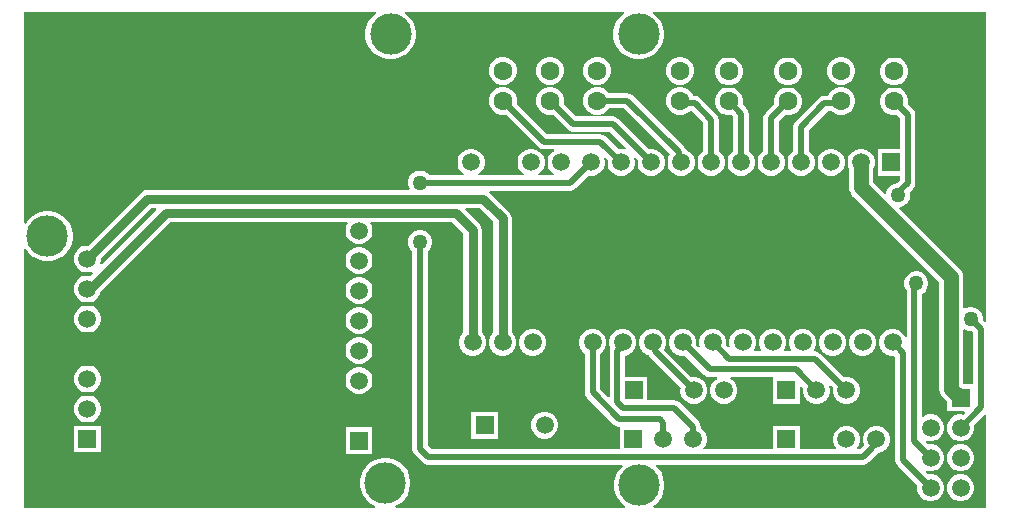
<source format=gtl>
G04*
G04 #@! TF.GenerationSoftware,Altium Limited,Altium Designer,21.3.2 (30)*
G04*
G04 Layer_Physical_Order=1*
G04 Layer_Color=255*
%FSTAX24Y24*%
%MOIN*%
G70*
G04*
G04 #@! TF.SameCoordinates,0193B93B-ADE4-4E0C-A68A-37D7C30EBFC0*
G04*
G04*
G04 #@! TF.FilePolarity,Positive*
G04*
G01*
G75*
%ADD21C,0.0200*%
%ADD22C,0.0300*%
%ADD23C,0.0500*%
%ADD24C,0.0598*%
%ADD25R,0.0598X0.0598*%
%ADD26R,0.0598X0.0598*%
%ADD27C,0.0630*%
%ADD28R,0.0630X0.0630*%
%ADD29C,0.1378*%
%ADD30C,0.0500*%
G36*
X042296Y039481D02*
X04225Y039461D01*
X042184Y039527D01*
Y03962D01*
X042157Y039721D01*
X042104Y039813D01*
X04203Y039887D01*
X041938Y03994D01*
X041837Y039967D01*
X041731D01*
X04163Y03994D01*
X041587Y039915D01*
X041537Y039944D01*
Y040953D01*
X041524Y041057D01*
X041483Y041154D01*
X041419Y041238D01*
X041419Y041238D01*
X039403Y043255D01*
X039412Y043278D01*
X039426Y043302D01*
X039524Y043328D01*
X039616Y043381D01*
X03969Y043455D01*
X039743Y043546D01*
X03977Y043648D01*
Y043753D01*
X039756Y043807D01*
X039853Y043904D01*
X039908Y043987D01*
X039927Y044084D01*
Y046369D01*
X039908Y046467D01*
X039853Y046549D01*
X039685Y046718D01*
X039694Y046752D01*
Y046874D01*
X039662Y046992D01*
X039601Y047098D01*
X039514Y047185D01*
X039408Y047246D01*
X03929Y047278D01*
X039168D01*
X039049Y047246D01*
X038943Y047185D01*
X038857Y047098D01*
X038796Y046992D01*
X038764Y046874D01*
Y046752D01*
X038796Y046633D01*
X038857Y046527D01*
X038943Y046441D01*
X039049Y04638D01*
X039168Y046348D01*
X03929D01*
X039324Y046357D01*
X039418Y046264D01*
Y045229D01*
X038674D01*
Y04433D01*
X039418D01*
Y04419D01*
X039328Y044101D01*
X039317D01*
X039216Y044074D01*
X039124Y044021D01*
X03905Y043946D01*
X038997Y043855D01*
X038971Y043757D01*
X038948Y043743D01*
X038924Y043733D01*
X038527Y044131D01*
Y04458D01*
X038542Y044606D01*
X038572Y04472D01*
Y044839D01*
X038542Y044953D01*
X038483Y045055D01*
X038399Y045139D01*
X038297Y045198D01*
X038182Y045229D01*
X038064D01*
X03795Y045198D01*
X037847Y045139D01*
X037764Y045055D01*
X037705Y044953D01*
X037674Y044839D01*
Y04472D01*
X037705Y044606D01*
X03772Y04458D01*
Y043963D01*
X03772Y043963D01*
X037734Y043859D01*
X037774Y043762D01*
X037838Y043678D01*
X040731Y040786D01*
Y037244D01*
X040731Y037244D01*
X040744Y03714D01*
X040785Y037042D01*
X040849Y036959D01*
X040996Y036812D01*
Y036484D01*
X04157D01*
X041589Y036438D01*
X041527Y036376D01*
X041504Y036382D01*
X041386D01*
X041271Y036352D01*
X041169Y036293D01*
X041085Y036209D01*
X041026Y036106D01*
X040996Y035992D01*
Y035874D01*
X041026Y03576D01*
X041085Y035657D01*
X041169Y035574D01*
X041271Y035514D01*
X041386Y035484D01*
X041504D01*
X041618Y035514D01*
X041721Y035574D01*
X041804Y035657D01*
X041863Y03576D01*
X041894Y035874D01*
Y035992D01*
X041888Y036016D01*
X04225Y036378D01*
X042296Y036358D01*
Y033275D01*
X031216D01*
X031201Y033323D01*
X031263Y033364D01*
X03138Y033481D01*
X031472Y033618D01*
X031535Y033771D01*
X031567Y033933D01*
Y034098D01*
X031535Y03426D01*
X031472Y034413D01*
X03138Y034551D01*
X031275Y034656D01*
X031291Y034706D01*
X038203D01*
X038301Y034725D01*
X038384Y03478D01*
X03867Y035067D01*
X038694Y035102D01*
X038807Y035133D01*
X03891Y035192D01*
X038993Y035275D01*
X039052Y035378D01*
X039083Y035492D01*
Y03561D01*
X039052Y035725D01*
X038993Y035827D01*
X03891Y035911D01*
X038807Y03597D01*
X038693Y036D01*
X038575D01*
X03846Y03597D01*
X038358Y035911D01*
X038274Y035827D01*
X038215Y035725D01*
X038185Y03561D01*
Y035492D01*
X038215Y035378D01*
X038232Y035349D01*
X038098Y035216D01*
X037999D01*
X03798Y035262D01*
X037993Y035275D01*
X038052Y035378D01*
X038083Y035492D01*
Y03561D01*
X038052Y035725D01*
X037993Y035827D01*
X03791Y035911D01*
X037807Y03597D01*
X037693Y036D01*
X037575D01*
X03746Y03597D01*
X037358Y035911D01*
X037274Y035827D01*
X037215Y035725D01*
X037185Y03561D01*
Y035492D01*
X037215Y035378D01*
X037274Y035275D01*
X037288Y035262D01*
X037269Y035216D01*
X036083D01*
Y036D01*
X035185D01*
Y035216D01*
X032889D01*
X032869Y035262D01*
X032883Y035275D01*
X032942Y035378D01*
X032973Y035492D01*
Y03561D01*
X032942Y035725D01*
X032883Y035827D01*
X032799Y035911D01*
X032791Y035916D01*
Y035968D01*
X032771Y036066D01*
X032716Y036148D01*
X032085Y036779D01*
X032003Y036834D01*
X031905Y036854D01*
X031001D01*
Y037632D01*
X030257D01*
Y038337D01*
X030347Y038361D01*
X030449Y03842D01*
X030533Y038504D01*
X030592Y038606D01*
X030622Y03872D01*
Y038839D01*
X030592Y038953D01*
X030533Y039055D01*
X030449Y039139D01*
X030347Y039198D01*
X030232Y039229D01*
X030114D01*
X03Y039198D01*
X029897Y039139D01*
X029814Y039055D01*
X029755Y038953D01*
X029724Y038839D01*
Y03872D01*
X029755Y038606D01*
X029765Y038588D01*
X029748Y038501D01*
Y03744D01*
Y036966D01*
X029701Y036947D01*
X029428Y03722D01*
Y038408D01*
X029449Y03842D01*
X029533Y038504D01*
X029592Y038606D01*
X029622Y03872D01*
Y038839D01*
X029592Y038953D01*
X029533Y039055D01*
X029449Y039139D01*
X029347Y039198D01*
X029232Y039229D01*
X029114D01*
X029Y039198D01*
X028897Y039139D01*
X028814Y039055D01*
X028755Y038953D01*
X028724Y038839D01*
Y03872D01*
X028755Y038606D01*
X028814Y038504D01*
X028897Y03842D01*
X028918Y038408D01*
Y037114D01*
X028938Y037017D01*
X028993Y036934D01*
X029887Y03604D01*
X02997Y035985D01*
X030067Y035966D01*
X030074D01*
Y035216D01*
X023806D01*
X02368Y035342D01*
Y041815D01*
X023745Y04188D01*
X023798Y041972D01*
X023825Y042073D01*
Y042179D01*
X023798Y04228D01*
X023745Y042372D01*
X023671Y042446D01*
X02358Y042499D01*
X023478Y042526D01*
X023373D01*
X023271Y042499D01*
X02318Y042446D01*
X023105Y042372D01*
X023052Y04228D01*
X023025Y042179D01*
Y042073D01*
X023052Y041972D01*
X023105Y04188D01*
X02317Y041815D01*
Y035236D01*
X02319Y035139D01*
X023245Y035056D01*
X023521Y03478D01*
X023603Y034725D01*
X023701Y034706D01*
X030165D01*
X030182Y034656D01*
X030077Y034551D01*
X029985Y034413D01*
X029922Y03426D01*
X029889Y034098D01*
Y033933D01*
X029922Y033771D01*
X029985Y033618D01*
X030077Y033481D01*
X030194Y033364D01*
X030256Y033323D01*
X030241Y033275D01*
X022608D01*
X022598Y033325D01*
X022661Y033351D01*
X022799Y033443D01*
X022915Y03356D01*
X023007Y033697D01*
X023071Y03385D01*
X023103Y034012D01*
Y034177D01*
X023071Y034339D01*
X023007Y034492D01*
X022915Y034629D01*
X022799Y034746D01*
X022661Y034838D01*
X022508Y034901D01*
X022346Y034933D01*
X022181D01*
X022019Y034901D01*
X021866Y034838D01*
X021729Y034746D01*
X021612Y034629D01*
X02152Y034492D01*
X021457Y034339D01*
X021425Y034177D01*
Y034012D01*
X021457Y03385D01*
X02152Y033697D01*
X021612Y03356D01*
X021729Y033443D01*
X021866Y033351D01*
X02193Y033325D01*
X02192Y033275D01*
X010224D01*
Y041891D01*
X010274Y041906D01*
X010352Y041788D01*
X010469Y041671D01*
X010607Y041579D01*
X010759Y041516D01*
X010921Y041484D01*
X011087D01*
X011249Y041516D01*
X011401Y041579D01*
X011539Y041671D01*
X011656Y041788D01*
X011747Y041925D01*
X011811Y042078D01*
X011843Y04224D01*
Y042405D01*
X011811Y042568D01*
X011747Y04272D01*
X011656Y042858D01*
X011539Y042975D01*
X011401Y043066D01*
X011249Y04313D01*
X011087Y043162D01*
X010921D01*
X010759Y04313D01*
X010607Y043066D01*
X010469Y042975D01*
X010352Y042858D01*
X010274Y04274D01*
X010224Y042755D01*
Y049796D01*
X021954D01*
X021968Y049748D01*
X021906Y049707D01*
X021789Y04959D01*
X021697Y049453D01*
X021634Y0493D01*
X021602Y049138D01*
Y048972D01*
X021634Y04881D01*
X021697Y048658D01*
X021789Y04852D01*
X021906Y048403D01*
X022044Y048312D01*
X022196Y048248D01*
X022358Y048216D01*
X022524D01*
X022686Y048248D01*
X022838Y048312D01*
X022976Y048403D01*
X023093Y04852D01*
X023184Y048658D01*
X023248Y04881D01*
X02328Y048972D01*
Y049138D01*
X023248Y0493D01*
X023184Y049453D01*
X023093Y04959D01*
X022976Y049707D01*
X022914Y049748D01*
X022928Y049796D01*
X030221D01*
X030236Y049748D01*
X030174Y049707D01*
X030057Y04959D01*
X029965Y049453D01*
X029902Y0493D01*
X02987Y049138D01*
Y048972D01*
X029902Y04881D01*
X029965Y048658D01*
X030057Y04852D01*
X030174Y048403D01*
X030311Y048312D01*
X030464Y048248D01*
X030626Y048216D01*
X030791D01*
X030953Y048248D01*
X031106Y048312D01*
X031243Y048403D01*
X03136Y04852D01*
X031452Y048658D01*
X031515Y04881D01*
X031548Y048972D01*
Y049138D01*
X031515Y0493D01*
X031452Y049453D01*
X03136Y04959D01*
X031243Y049707D01*
X031181Y049748D01*
X031196Y049796D01*
X042296D01*
Y039481D01*
D02*
G37*
G36*
X04163Y039194D02*
X041731Y039167D01*
X041823D01*
X041871Y039119D01*
Y037382D01*
X041566D01*
X041537Y037411D01*
Y03919D01*
X041587Y039219D01*
X04163Y039194D01*
D02*
G37*
%LPC*%
G36*
X032148Y0483D02*
X032025D01*
X031907Y048268D01*
X031801Y048207D01*
X031715Y04812D01*
X031653Y048014D01*
X031622Y047896D01*
Y047773D01*
X031653Y047655D01*
X031715Y047549D01*
X031801Y047463D01*
X031907Y047401D01*
X032025Y04737D01*
X032148D01*
X032266Y047401D01*
X032372Y047463D01*
X032459Y047549D01*
X03252Y047655D01*
X032552Y047773D01*
Y047896D01*
X03252Y048014D01*
X032459Y04812D01*
X032372Y048207D01*
X032266Y048268D01*
X032148Y0483D01*
D02*
G37*
G36*
X029392D02*
X029269D01*
X029151Y048268D01*
X029045Y048207D01*
X028959Y04812D01*
X028897Y048014D01*
X028866Y047896D01*
Y047773D01*
X028897Y047655D01*
X028959Y047549D01*
X029045Y047463D01*
X029151Y047401D01*
X029269Y04737D01*
X029392D01*
X02951Y047401D01*
X029616Y047463D01*
X029703Y047549D01*
X029764Y047655D01*
X029796Y047773D01*
Y047896D01*
X029764Y048014D01*
X029703Y04812D01*
X029616Y048207D01*
X02951Y048268D01*
X029392Y0483D01*
D02*
G37*
G36*
X027817D02*
X027695D01*
X027576Y048268D01*
X02747Y048207D01*
X027384Y04812D01*
X027323Y048014D01*
X027291Y047896D01*
Y047773D01*
X027323Y047655D01*
X027384Y047549D01*
X02747Y047463D01*
X027576Y047401D01*
X027695Y04737D01*
X027817D01*
X027935Y047401D01*
X028041Y047463D01*
X028128Y047549D01*
X028189Y047655D01*
X028221Y047773D01*
Y047896D01*
X028189Y048014D01*
X028128Y04812D01*
X028041Y048207D01*
X027935Y048268D01*
X027817Y0483D01*
D02*
G37*
G36*
X026242D02*
X02612D01*
X026002Y048268D01*
X025896Y048207D01*
X025809Y04812D01*
X025748Y048014D01*
X025716Y047896D01*
Y047773D01*
X025748Y047655D01*
X025809Y047549D01*
X025896Y047463D01*
X026002Y047401D01*
X02612Y04737D01*
X026242D01*
X026361Y047401D01*
X026467Y047463D01*
X026553Y047549D01*
X026614Y047655D01*
X026646Y047773D01*
Y047896D01*
X026614Y048014D01*
X026553Y04812D01*
X026467Y048207D01*
X026361Y048268D01*
X026242Y0483D01*
D02*
G37*
G36*
X037518Y048294D02*
X037396D01*
X037278Y048262D01*
X037172Y048201D01*
X037085Y048114D01*
X037024Y048008D01*
X036992Y04789D01*
Y047767D01*
X037024Y047649D01*
X037085Y047543D01*
X037172Y047457D01*
X037278Y047395D01*
X037396Y047364D01*
X037518D01*
X037637Y047395D01*
X037743Y047457D01*
X037829Y047543D01*
X03789Y047649D01*
X037922Y047767D01*
Y04789D01*
X03789Y048008D01*
X037829Y048114D01*
X037743Y048201D01*
X037637Y048262D01*
X037518Y048294D01*
D02*
G37*
G36*
X03929Y048278D02*
X039168D01*
X039049Y048246D01*
X038943Y048185D01*
X038857Y048098D01*
X038796Y047992D01*
X038764Y047874D01*
Y047752D01*
X038796Y047633D01*
X038857Y047527D01*
X038943Y047441D01*
X039049Y04738D01*
X039168Y047348D01*
X03929D01*
X039408Y04738D01*
X039514Y047441D01*
X039601Y047527D01*
X039662Y047633D01*
X039694Y047752D01*
Y047874D01*
X039662Y047992D01*
X039601Y048098D01*
X039514Y048185D01*
X039408Y048246D01*
X03929Y048278D01*
D02*
G37*
G36*
X035747D02*
X035624D01*
X035506Y048246D01*
X0354Y048185D01*
X035313Y048098D01*
X035252Y047992D01*
X035221Y047874D01*
Y047752D01*
X035252Y047633D01*
X035313Y047527D01*
X0354Y047441D01*
X035506Y04738D01*
X035624Y047348D01*
X035747D01*
X035865Y04738D01*
X035971Y047441D01*
X036058Y047527D01*
X036119Y047633D01*
X03615Y047752D01*
Y047874D01*
X036119Y047992D01*
X036058Y048098D01*
X035971Y048185D01*
X035865Y048246D01*
X035747Y048278D01*
D02*
G37*
G36*
X033778D02*
X033656D01*
X033538Y048246D01*
X033431Y048185D01*
X033345Y048098D01*
X033284Y047992D01*
X033252Y047874D01*
Y047752D01*
X033284Y047633D01*
X033345Y047527D01*
X033431Y047441D01*
X033538Y04738D01*
X033656Y047348D01*
X033778D01*
X033896Y04738D01*
X034002Y047441D01*
X034089Y047527D01*
X03415Y047633D01*
X034182Y047752D01*
Y047874D01*
X03415Y047992D01*
X034089Y048098D01*
X034002Y048185D01*
X033896Y048246D01*
X033778Y048278D01*
D02*
G37*
G36*
X037518Y047294D02*
X037396D01*
X037278Y047262D01*
X037172Y047201D01*
X037085Y047114D01*
X037024Y047008D01*
X037022Y047001D01*
X036904D01*
X036806Y046982D01*
X036724Y046927D01*
X035943Y046146D01*
X035888Y046063D01*
X035868Y045966D01*
Y045151D01*
X035847Y045139D01*
X035764Y045055D01*
X035705Y044953D01*
X035674Y044839D01*
Y04472D01*
X035705Y044606D01*
X035764Y044504D01*
X035847Y04442D01*
X03595Y044361D01*
X036064Y04433D01*
X036182D01*
X036297Y044361D01*
X036399Y04442D01*
X036483Y044504D01*
X036542Y044606D01*
X036572Y04472D01*
Y044839D01*
X036542Y044953D01*
X036483Y045055D01*
X036399Y045139D01*
X036378Y045151D01*
Y04586D01*
X037009Y046491D01*
X037137D01*
X037172Y046457D01*
X037278Y046395D01*
X037396Y046364D01*
X037518D01*
X037637Y046395D01*
X037743Y046457D01*
X037829Y046543D01*
X03789Y046649D01*
X037922Y046767D01*
Y04689D01*
X03789Y047008D01*
X037829Y047114D01*
X037743Y047201D01*
X037637Y047262D01*
X037518Y047294D01*
D02*
G37*
G36*
X035747Y047278D02*
X035624D01*
X035506Y047246D01*
X0354Y047185D01*
X035313Y047098D01*
X035252Y046992D01*
X035221Y046874D01*
Y046752D01*
X03523Y046718D01*
X034943Y046431D01*
X034888Y046348D01*
X034868Y046251D01*
Y045151D01*
X034847Y045139D01*
X034764Y045055D01*
X034705Y044953D01*
X034674Y044839D01*
Y04472D01*
X034705Y044606D01*
X034764Y044504D01*
X034847Y04442D01*
X03495Y044361D01*
X035064Y04433D01*
X035182D01*
X035297Y044361D01*
X035399Y04442D01*
X035483Y044504D01*
X035542Y044606D01*
X035572Y04472D01*
Y044839D01*
X035542Y044953D01*
X035483Y045055D01*
X035399Y045139D01*
X035378Y045151D01*
Y046145D01*
X03559Y046357D01*
X035624Y046348D01*
X035747D01*
X035865Y04638D01*
X035971Y046441D01*
X036058Y046527D01*
X036119Y046633D01*
X03615Y046752D01*
Y046874D01*
X036119Y046992D01*
X036058Y047098D01*
X035971Y047185D01*
X035865Y047246D01*
X035747Y047278D01*
D02*
G37*
G36*
X027817Y0473D02*
X027695D01*
X027576Y047268D01*
X02747Y047207D01*
X027384Y04712D01*
X027323Y047014D01*
X027291Y046896D01*
Y046773D01*
X027323Y046655D01*
X027384Y046549D01*
X02747Y046463D01*
X027576Y046401D01*
X027695Y04637D01*
X027817D01*
X027851Y046379D01*
X028347Y045883D01*
X02843Y045827D01*
X028528Y045808D01*
X029734D01*
X030291Y045251D01*
X030265Y045207D01*
X030182Y045229D01*
X030064D01*
X030041Y045222D01*
X029611Y045653D01*
X029528Y045708D01*
X02943Y045727D01*
X027649D01*
X026637Y046739D01*
X026646Y046773D01*
Y046896D01*
X026614Y047014D01*
X026553Y04712D01*
X026467Y047207D01*
X026361Y047268D01*
X026242Y0473D01*
X02612D01*
X026002Y047268D01*
X025896Y047207D01*
X025809Y04712D01*
X025748Y047014D01*
X025716Y046896D01*
Y046773D01*
X025748Y046655D01*
X025809Y046549D01*
X025896Y046463D01*
X026002Y046401D01*
X02612Y04637D01*
X026242D01*
X026276Y046379D01*
X027363Y045292D01*
X027446Y045237D01*
X027543Y045218D01*
X027883D01*
X027897Y045168D01*
X027847Y045139D01*
X027764Y045055D01*
X027705Y044953D01*
X027674Y044839D01*
Y04472D01*
X027705Y044606D01*
X027764Y044504D01*
X027847Y04442D01*
X027883Y044399D01*
X02787Y044349D01*
X027377D01*
X027363Y044399D01*
X027399Y04442D01*
X027483Y044504D01*
X027542Y044606D01*
X027572Y04472D01*
Y044839D01*
X027542Y044953D01*
X027483Y045055D01*
X027399Y045139D01*
X027297Y045198D01*
X027182Y045229D01*
X027064D01*
X02695Y045198D01*
X026847Y045139D01*
X026764Y045055D01*
X026705Y044953D01*
X026674Y044839D01*
Y04472D01*
X026705Y044606D01*
X026764Y044504D01*
X026847Y04442D01*
X026883Y044399D01*
X02687Y044349D01*
X025377D01*
X025363Y044399D01*
X025399Y04442D01*
X025483Y044504D01*
X025542Y044606D01*
X025572Y04472D01*
Y044839D01*
X025542Y044953D01*
X025483Y045055D01*
X025399Y045139D01*
X025297Y045198D01*
X025182Y045229D01*
X025064D01*
X02495Y045198D01*
X024847Y045139D01*
X024764Y045055D01*
X024705Y044953D01*
X024674Y044839D01*
Y04472D01*
X024705Y044606D01*
X024764Y044504D01*
X024847Y04442D01*
X024883Y044399D01*
X02487Y044349D01*
X023749D01*
X023745Y044356D01*
X023671Y04443D01*
X02358Y044483D01*
X023478Y04451D01*
X023373D01*
X023271Y044483D01*
X02318Y04443D01*
X023105Y044356D01*
X023052Y044265D01*
X023025Y044163D01*
Y044058D01*
X023052Y043956D01*
X023077Y043913D01*
X023048Y043863D01*
X014337D01*
X014337Y043863D01*
X014259Y043853D01*
X014186Y043822D01*
X014123Y043774D01*
X014123Y043774D01*
X012359Y04201D01*
X012279D01*
X012164Y04198D01*
X012062Y04192D01*
X011978Y041837D01*
X011919Y041734D01*
X011889Y04162D01*
Y041502D01*
X011919Y041388D01*
X011978Y041285D01*
X012062Y041201D01*
X012164Y041142D01*
X012279Y041112D01*
X012397D01*
X012488Y041136D01*
X012514Y041091D01*
X012425Y041003D01*
X012397Y04101D01*
X012279D01*
X012164Y04098D01*
X012062Y04092D01*
X011978Y040837D01*
X011919Y040734D01*
X011889Y04062D01*
Y040502D01*
X011919Y040388D01*
X011978Y040285D01*
X012062Y040201D01*
X012164Y040142D01*
X012279Y040112D01*
X012397D01*
X012511Y040142D01*
X012614Y040201D01*
X012697Y040285D01*
X012756Y040388D01*
X012787Y040502D01*
Y040509D01*
X015086Y042808D01*
X020983D01*
X021012Y042758D01*
X020969Y042684D01*
X020939Y04257D01*
Y042452D01*
X020969Y042338D01*
X021028Y042235D01*
X021112Y042151D01*
X021214Y042092D01*
X021329Y042062D01*
X021447D01*
X021561Y042092D01*
X021664Y042151D01*
X021747Y042235D01*
X021806Y042338D01*
X021837Y042452D01*
Y04257D01*
X021806Y042684D01*
X021764Y042758D01*
X021793Y042808D01*
X024481D01*
X024871Y042418D01*
Y039112D01*
X024814Y039055D01*
X024755Y038953D01*
X024724Y038839D01*
Y03872D01*
X024755Y038606D01*
X024814Y038504D01*
X024897Y03842D01*
X025Y038361D01*
X025114Y03833D01*
X025232D01*
X025347Y038361D01*
X025449Y03842D01*
X025533Y038504D01*
X025592Y038606D01*
X025622Y03872D01*
Y038839D01*
X025592Y038953D01*
X025533Y039055D01*
X025476Y039112D01*
Y042543D01*
X025466Y042622D01*
X025435Y042695D01*
X025387Y042757D01*
X024933Y043211D01*
X024952Y043258D01*
X025409D01*
X025871Y042796D01*
Y039112D01*
X025814Y039055D01*
X025755Y038953D01*
X025724Y038839D01*
Y03872D01*
X025755Y038606D01*
X025814Y038504D01*
X025897Y03842D01*
X026Y038361D01*
X026114Y03833D01*
X026232D01*
X026347Y038361D01*
X026449Y03842D01*
X026533Y038504D01*
X026592Y038606D01*
X026622Y03872D01*
Y038839D01*
X026592Y038953D01*
X026533Y039055D01*
X026476Y039112D01*
Y042921D01*
X026476Y042921D01*
X026466Y043D01*
X026435Y043073D01*
X026387Y043135D01*
X026387Y043135D01*
X025748Y043774D01*
X025728Y04379D01*
X025745Y04384D01*
X028438D01*
X028536Y043859D01*
X028618Y043914D01*
X029041Y044337D01*
X029064Y04433D01*
X029182D01*
X029297Y044361D01*
X029399Y04442D01*
X029483Y044504D01*
X029542Y044606D01*
X029572Y04472D01*
Y044839D01*
X02955Y044921D01*
X029595Y044947D01*
X02968Y044862D01*
X029674Y044839D01*
Y04472D01*
X029705Y044606D01*
X029764Y044504D01*
X029847Y04442D01*
X02995Y044361D01*
X030064Y04433D01*
X030182D01*
X030297Y044361D01*
X030399Y04442D01*
X030483Y044504D01*
X030542Y044606D01*
X030572Y04472D01*
Y044839D01*
X03055Y044921D01*
X030595Y044947D01*
X03068Y044862D01*
X030674Y044839D01*
Y04472D01*
X030705Y044606D01*
X030764Y044504D01*
X030847Y04442D01*
X03095Y044361D01*
X031064Y04433D01*
X031182D01*
X031297Y044361D01*
X031399Y04442D01*
X031483Y044504D01*
X031542Y044606D01*
X031572Y04472D01*
Y044839D01*
X031542Y044953D01*
X031483Y045055D01*
X031399Y045139D01*
X031297Y045198D01*
X031182Y045229D01*
X031064D01*
X031041Y045222D01*
X03002Y046243D01*
X029937Y046298D01*
X02984Y046318D01*
X028633D01*
X028212Y046739D01*
X028221Y046773D01*
Y046896D01*
X028189Y047014D01*
X028128Y04712D01*
X028041Y047207D01*
X027935Y047268D01*
X027817Y0473D01*
D02*
G37*
G36*
X037182Y045229D02*
X037064D01*
X03695Y045198D01*
X036847Y045139D01*
X036764Y045055D01*
X036705Y044953D01*
X036674Y044839D01*
Y04472D01*
X036705Y044606D01*
X036764Y044504D01*
X036847Y04442D01*
X03695Y044361D01*
X037064Y04433D01*
X037182D01*
X037297Y044361D01*
X037399Y04442D01*
X037483Y044504D01*
X037542Y044606D01*
X037572Y04472D01*
Y044839D01*
X037542Y044953D01*
X037483Y045055D01*
X037399Y045139D01*
X037297Y045198D01*
X037182Y045229D01*
D02*
G37*
G36*
X033778Y047278D02*
X033656D01*
X033538Y047246D01*
X033431Y047185D01*
X033345Y047098D01*
X033284Y046992D01*
X033252Y046874D01*
Y046752D01*
X033284Y046633D01*
X033345Y046527D01*
X033431Y046441D01*
X033538Y04638D01*
X033656Y046348D01*
X033778D01*
X033812Y046357D01*
X033868Y046301D01*
Y045151D01*
X033847Y045139D01*
X033764Y045055D01*
X033705Y044953D01*
X033674Y044839D01*
Y04472D01*
X033705Y044606D01*
X033764Y044504D01*
X033847Y04442D01*
X03395Y044361D01*
X034064Y04433D01*
X034182D01*
X034297Y044361D01*
X034399Y04442D01*
X034483Y044504D01*
X034542Y044606D01*
X034572Y04472D01*
Y044839D01*
X034542Y044953D01*
X034483Y045055D01*
X034399Y045139D01*
X034378Y045151D01*
Y046407D01*
X034359Y046504D01*
X034303Y046587D01*
X034173Y046718D01*
X034182Y046752D01*
Y046874D01*
X03415Y046992D01*
X034089Y047098D01*
X034002Y047185D01*
X033896Y047246D01*
X033778Y047278D01*
D02*
G37*
G36*
X032148Y0473D02*
X032025D01*
X031907Y047268D01*
X031801Y047207D01*
X031715Y04712D01*
X031653Y047014D01*
X031622Y046896D01*
Y046773D01*
X031653Y046655D01*
X031715Y046549D01*
X031801Y046463D01*
X031907Y046401D01*
X032025Y04637D01*
X032148D01*
X032266Y046401D01*
X032372Y046463D01*
X032407Y046497D01*
X032473D01*
X032868Y046102D01*
Y045234D01*
X032866Y045225D01*
Y04515D01*
X032847Y045139D01*
X032764Y045055D01*
X032705Y044953D01*
X032674Y044839D01*
Y04472D01*
X032705Y044606D01*
X032764Y044504D01*
X032847Y04442D01*
X03295Y044361D01*
X033064Y04433D01*
X033182D01*
X033297Y044361D01*
X033399Y04442D01*
X033483Y044504D01*
X033542Y044606D01*
X033572Y04472D01*
Y044839D01*
X033542Y044953D01*
X033483Y045055D01*
X033399Y045139D01*
X033378Y045151D01*
Y046207D01*
X033359Y046305D01*
X033303Y046388D01*
X032759Y046933D01*
X032676Y046988D01*
X032578Y047007D01*
X032522D01*
X03252Y047014D01*
X032459Y04712D01*
X032372Y047207D01*
X032266Y047268D01*
X032148Y0473D01*
D02*
G37*
G36*
X029392D02*
X029269D01*
X029151Y047268D01*
X029045Y047207D01*
X028959Y04712D01*
X028897Y047014D01*
X028866Y046896D01*
Y046773D01*
X028897Y046655D01*
X028959Y046549D01*
X029045Y046463D01*
X029151Y046401D01*
X029269Y04637D01*
X029392D01*
X02951Y046401D01*
X029616Y046463D01*
X029703Y046549D01*
X02972Y04658D01*
X030225D01*
X031759Y045046D01*
X031705Y044953D01*
X031674Y044839D01*
Y04472D01*
X031705Y044606D01*
X031764Y044504D01*
X031847Y04442D01*
X03195Y044361D01*
X032064Y04433D01*
X032182D01*
X032297Y044361D01*
X032399Y04442D01*
X032483Y044504D01*
X032542Y044606D01*
X032572Y04472D01*
Y044839D01*
X032542Y044953D01*
X032483Y045055D01*
X032399Y045139D01*
X032297Y045198D01*
X032285Y045201D01*
X032282Y045216D01*
X032227Y045299D01*
X030511Y047015D01*
X030428Y04707D01*
X030331Y04709D01*
X02972D01*
X029703Y04712D01*
X029616Y047207D01*
X02951Y047268D01*
X029392Y0473D01*
D02*
G37*
G36*
X021447Y04196D02*
X021329D01*
X021214Y04193D01*
X021112Y04187D01*
X021028Y041787D01*
X020969Y041684D01*
X020939Y04157D01*
Y041452D01*
X020969Y041338D01*
X021028Y041235D01*
X021112Y041151D01*
X021214Y041092D01*
X021329Y041062D01*
X021447D01*
X021561Y041092D01*
X021664Y041151D01*
X021747Y041235D01*
X021806Y041338D01*
X021837Y041452D01*
Y04157D01*
X021806Y041684D01*
X021747Y041787D01*
X021664Y04187D01*
X021561Y04193D01*
X021447Y04196D01*
D02*
G37*
G36*
Y04096D02*
X021329D01*
X021214Y04093D01*
X021112Y04087D01*
X021028Y040787D01*
X020969Y040684D01*
X020939Y04057D01*
Y040452D01*
X020969Y040338D01*
X021028Y040235D01*
X021112Y040151D01*
X021214Y040092D01*
X021329Y040062D01*
X021447D01*
X021561Y040092D01*
X021664Y040151D01*
X021747Y040235D01*
X021806Y040338D01*
X021837Y040452D01*
Y04057D01*
X021806Y040684D01*
X021747Y040787D01*
X021664Y04087D01*
X021561Y04093D01*
X021447Y04096D01*
D02*
G37*
G36*
X012397Y04001D02*
X012279D01*
X012164Y03998D01*
X012062Y03992D01*
X011978Y039837D01*
X011919Y039734D01*
X011889Y03962D01*
Y039502D01*
X011919Y039388D01*
X011978Y039285D01*
X012062Y039201D01*
X012164Y039142D01*
X012279Y039112D01*
X012397D01*
X012511Y039142D01*
X012614Y039201D01*
X012697Y039285D01*
X012756Y039388D01*
X012787Y039502D01*
Y03962D01*
X012756Y039734D01*
X012697Y039837D01*
X012614Y03992D01*
X012511Y03998D01*
X012397Y04001D01*
D02*
G37*
G36*
X021447Y03996D02*
X021329D01*
X021214Y03993D01*
X021112Y03987D01*
X021028Y039787D01*
X020969Y039684D01*
X020939Y03957D01*
Y039452D01*
X020969Y039338D01*
X021028Y039235D01*
X021112Y039151D01*
X021214Y039092D01*
X021329Y039062D01*
X021447D01*
X021561Y039092D01*
X021664Y039151D01*
X021747Y039235D01*
X021806Y039338D01*
X021837Y039452D01*
Y03957D01*
X021806Y039684D01*
X021747Y039787D01*
X021664Y03987D01*
X021561Y03993D01*
X021447Y03996D01*
D02*
G37*
G36*
X040013Y041148D02*
X039908D01*
X039806Y041121D01*
X039715Y041068D01*
X039641Y040994D01*
X039588Y040902D01*
X039561Y040801D01*
Y040695D01*
X039588Y040594D01*
X039641Y040502D01*
X039641Y040502D01*
Y038963D01*
X039592Y038953D01*
X039533Y039055D01*
X039449Y039139D01*
X039347Y039198D01*
X039232Y039229D01*
X039114D01*
X039Y039198D01*
X038897Y039139D01*
X038814Y039055D01*
X038755Y038953D01*
X038724Y038839D01*
Y03872D01*
X038755Y038606D01*
X038814Y038504D01*
X038897Y03842D01*
X039Y038361D01*
X039114Y03833D01*
X039232D01*
X039267Y038288D01*
Y034856D01*
X039287Y034758D01*
X039342Y034676D01*
X040002Y034016D01*
X039996Y033992D01*
Y033874D01*
X040026Y03376D01*
X040085Y033657D01*
X040169Y033574D01*
X040271Y033514D01*
X040386Y033484D01*
X040504D01*
X040618Y033514D01*
X040721Y033574D01*
X040804Y033657D01*
X040863Y03376D01*
X040894Y033874D01*
Y033992D01*
X040863Y034106D01*
X040804Y034209D01*
X040721Y034293D01*
X040618Y034352D01*
X040504Y034382D01*
X040386D01*
X040362Y034376D01*
X040277Y034461D01*
X040303Y034506D01*
X040386Y034484D01*
X040504D01*
X040618Y034514D01*
X040721Y034574D01*
X040804Y034657D01*
X040863Y03476D01*
X040894Y034874D01*
Y034992D01*
X040863Y035106D01*
X040804Y035209D01*
X040721Y035293D01*
X040618Y035352D01*
X040504Y035382D01*
X040386D01*
X040362Y035376D01*
X040277Y035461D01*
X040303Y035506D01*
X040386Y035484D01*
X040504D01*
X040618Y035514D01*
X040721Y035574D01*
X040804Y035657D01*
X040863Y03576D01*
X040894Y035874D01*
Y035992D01*
X040863Y036106D01*
X040804Y036209D01*
X040721Y036293D01*
X040618Y036352D01*
X040504Y036382D01*
X040386D01*
X040271Y036352D01*
X040201Y036311D01*
X040151Y03634D01*
Y040396D01*
X040206Y040428D01*
X040281Y040502D01*
X040333Y040594D01*
X040361Y040695D01*
Y040801D01*
X040333Y040902D01*
X040281Y040994D01*
X040206Y041068D01*
X040115Y041121D01*
X040013Y041148D01*
D02*
G37*
G36*
X036232Y039229D02*
X036114D01*
X036Y039198D01*
X035897Y039139D01*
X035814Y039055D01*
X035755Y038953D01*
X035724Y038839D01*
Y03872D01*
X035755Y038606D01*
X035796Y038535D01*
X035767Y038485D01*
X03558D01*
X035551Y038535D01*
X035592Y038606D01*
X035622Y03872D01*
Y038839D01*
X035592Y038953D01*
X035533Y039055D01*
X035449Y039139D01*
X035347Y039198D01*
X035232Y039229D01*
X035114D01*
X035Y039198D01*
X034897Y039139D01*
X034814Y039055D01*
X034755Y038953D01*
X034724Y038839D01*
Y03872D01*
X034755Y038606D01*
X034796Y038535D01*
X034767Y038485D01*
X03458D01*
X034551Y038535D01*
X034592Y038606D01*
X034622Y03872D01*
Y038839D01*
X034592Y038953D01*
X034533Y039055D01*
X034449Y039139D01*
X034347Y039198D01*
X034232Y039229D01*
X034114D01*
X034Y039198D01*
X033897Y039139D01*
X033814Y039055D01*
X033755Y038953D01*
X033724Y038839D01*
Y03872D01*
X033746Y038638D01*
X033701Y038612D01*
X033616Y038697D01*
X033622Y03872D01*
Y038839D01*
X033592Y038953D01*
X033533Y039055D01*
X033449Y039139D01*
X033347Y039198D01*
X033232Y039229D01*
X033114D01*
X033Y039198D01*
X032897Y039139D01*
X032814Y039055D01*
X032755Y038953D01*
X032724Y038839D01*
Y03872D01*
X032746Y038638D01*
X032701Y038612D01*
X032616Y038697D01*
X032622Y03872D01*
Y038839D01*
X032592Y038953D01*
X032533Y039055D01*
X032449Y039139D01*
X032347Y039198D01*
X032232Y039229D01*
X032114D01*
X032Y039198D01*
X031897Y039139D01*
X031814Y039055D01*
X031755Y038953D01*
X031724Y038839D01*
Y03872D01*
X031755Y038606D01*
X031814Y038504D01*
X031897Y03842D01*
X032Y038361D01*
X032114Y03833D01*
X032232D01*
X032256Y038337D01*
X032892Y0377D01*
X032975Y037645D01*
X033072Y037625D01*
X03332D01*
X033333Y037575D01*
X033276Y037542D01*
X033192Y037459D01*
X033133Y037356D01*
X033102Y037242D01*
Y037124D01*
X033133Y03701D01*
X033192Y036907D01*
X033276Y036824D01*
X033378Y036764D01*
X033492Y036734D01*
X033611D01*
X033725Y036764D01*
X033827Y036824D01*
X033911Y036907D01*
X03397Y03701D01*
X034001Y037124D01*
Y037242D01*
X03397Y037356D01*
X033911Y037459D01*
X033827Y037542D01*
X03377Y037575D01*
X033784Y037625D01*
X035189D01*
Y036734D01*
X036087D01*
Y037308D01*
X036134Y037327D01*
X036195Y037265D01*
X036189Y037242D01*
Y037124D01*
X03622Y03701D01*
X036279Y036907D01*
X036362Y036824D01*
X036465Y036764D01*
X036579Y036734D01*
X036697D01*
X036812Y036764D01*
X036914Y036824D01*
X036998Y036907D01*
X037057Y03701D01*
X037087Y037124D01*
Y037242D01*
X037065Y037325D01*
X03711Y037351D01*
X037195Y037265D01*
X037189Y037242D01*
Y037124D01*
X03722Y03701D01*
X037279Y036907D01*
X037362Y036824D01*
X037465Y036764D01*
X037579Y036734D01*
X037697D01*
X037812Y036764D01*
X037914Y036824D01*
X037998Y036907D01*
X038057Y03701D01*
X038087Y037124D01*
Y037242D01*
X038057Y037356D01*
X037998Y037459D01*
X037914Y037542D01*
X037812Y037602D01*
X037697Y037632D01*
X037579D01*
X037556Y037626D01*
X036771Y038411D01*
X036688Y038466D01*
X036591Y038485D01*
X03658D01*
X036551Y038535D01*
X036592Y038606D01*
X036622Y03872D01*
Y038839D01*
X036592Y038953D01*
X036533Y039055D01*
X036449Y039139D01*
X036347Y039198D01*
X036232Y039229D01*
D02*
G37*
G36*
X038232D02*
X038114D01*
X038Y039198D01*
X037897Y039139D01*
X037814Y039055D01*
X037755Y038953D01*
X037724Y038839D01*
Y03872D01*
X037755Y038606D01*
X037814Y038504D01*
X037897Y03842D01*
X038Y038361D01*
X038114Y03833D01*
X038232D01*
X038347Y038361D01*
X038449Y03842D01*
X038533Y038504D01*
X038592Y038606D01*
X038622Y03872D01*
Y038839D01*
X038592Y038953D01*
X038533Y039055D01*
X038449Y039139D01*
X038347Y039198D01*
X038232Y039229D01*
D02*
G37*
G36*
X037232D02*
X037114D01*
X037Y039198D01*
X036897Y039139D01*
X036814Y039055D01*
X036755Y038953D01*
X036724Y038839D01*
Y03872D01*
X036755Y038606D01*
X036814Y038504D01*
X036897Y03842D01*
X037Y038361D01*
X037114Y03833D01*
X037232D01*
X037347Y038361D01*
X037449Y03842D01*
X037533Y038504D01*
X037592Y038606D01*
X037622Y03872D01*
Y038839D01*
X037592Y038953D01*
X037533Y039055D01*
X037449Y039139D01*
X037347Y039198D01*
X037232Y039229D01*
D02*
G37*
G36*
X027232D02*
X027114D01*
X027Y039198D01*
X026897Y039139D01*
X026814Y039055D01*
X026755Y038953D01*
X026724Y038839D01*
Y03872D01*
X026755Y038606D01*
X026814Y038504D01*
X026897Y03842D01*
X027Y038361D01*
X027114Y03833D01*
X027232D01*
X027347Y038361D01*
X027449Y03842D01*
X027533Y038504D01*
X027592Y038606D01*
X027622Y03872D01*
Y038839D01*
X027592Y038953D01*
X027533Y039055D01*
X027449Y039139D01*
X027347Y039198D01*
X027232Y039229D01*
D02*
G37*
G36*
X021447Y03896D02*
X021329D01*
X021214Y03893D01*
X021112Y03887D01*
X021028Y038787D01*
X020969Y038684D01*
X020939Y03857D01*
Y038452D01*
X020969Y038338D01*
X021028Y038235D01*
X021112Y038151D01*
X021214Y038092D01*
X021329Y038062D01*
X021447D01*
X021561Y038092D01*
X021664Y038151D01*
X021747Y038235D01*
X021806Y038338D01*
X021837Y038452D01*
Y03857D01*
X021806Y038684D01*
X021747Y038787D01*
X021664Y03887D01*
X021561Y03893D01*
X021447Y03896D01*
D02*
G37*
G36*
X012397Y03801D02*
X012279D01*
X012164Y03798D01*
X012062Y03792D01*
X011978Y037837D01*
X011919Y037734D01*
X011889Y03762D01*
Y037502D01*
X011919Y037388D01*
X011978Y037285D01*
X012062Y037201D01*
X012164Y037142D01*
X012279Y037112D01*
X012397D01*
X012511Y037142D01*
X012614Y037201D01*
X012697Y037285D01*
X012756Y037388D01*
X012787Y037502D01*
Y03762D01*
X012756Y037734D01*
X012697Y037837D01*
X012614Y03792D01*
X012511Y03798D01*
X012397Y03801D01*
D02*
G37*
G36*
X021447Y03796D02*
X021329D01*
X021214Y03793D01*
X021112Y03787D01*
X021028Y037787D01*
X020969Y037684D01*
X020939Y03757D01*
Y037452D01*
X020969Y037338D01*
X021028Y037235D01*
X021112Y037151D01*
X021214Y037092D01*
X021329Y037062D01*
X021447D01*
X021561Y037092D01*
X021664Y037151D01*
X021747Y037235D01*
X021806Y037338D01*
X021837Y037452D01*
Y03757D01*
X021806Y037684D01*
X021747Y037787D01*
X021664Y03787D01*
X021561Y03793D01*
X021447Y03796D01*
D02*
G37*
G36*
X031232Y039229D02*
X031114D01*
X031Y039198D01*
X030897Y039139D01*
X030814Y039055D01*
X030755Y038953D01*
X030724Y038839D01*
Y03872D01*
X030755Y038606D01*
X030814Y038504D01*
X030897Y03842D01*
X031Y038361D01*
X031039Y038351D01*
X031069Y038305D01*
X032109Y037265D01*
X032102Y037242D01*
Y037124D01*
X032133Y03701D01*
X032192Y036907D01*
X032276Y036824D01*
X032378Y036764D01*
X032492Y036734D01*
X032611D01*
X032725Y036764D01*
X032827Y036824D01*
X032911Y036907D01*
X03297Y03701D01*
X033001Y037124D01*
Y037242D01*
X03297Y037356D01*
X032911Y037459D01*
X032827Y037542D01*
X032725Y037602D01*
X032611Y037632D01*
X032492D01*
X032469Y037626D01*
X031554Y038541D01*
X031592Y038606D01*
X031622Y03872D01*
Y038839D01*
X031592Y038953D01*
X031533Y039055D01*
X031449Y039139D01*
X031347Y039198D01*
X031232Y039229D01*
D02*
G37*
G36*
X012397Y03701D02*
X012279D01*
X012164Y03698D01*
X012062Y03692D01*
X011978Y036837D01*
X011919Y036734D01*
X011889Y03662D01*
Y036502D01*
X011919Y036388D01*
X011978Y036285D01*
X012062Y036201D01*
X012164Y036142D01*
X012279Y036112D01*
X012397D01*
X012511Y036142D01*
X012614Y036201D01*
X012697Y036285D01*
X012756Y036388D01*
X012787Y036502D01*
Y03662D01*
X012756Y036734D01*
X012697Y036837D01*
X012614Y03692D01*
X012511Y03698D01*
X012397Y03701D01*
D02*
G37*
G36*
X027634Y036473D02*
X027516D01*
X027401Y036442D01*
X027299Y036383D01*
X027215Y036299D01*
X027156Y036197D01*
X027126Y036083D01*
Y035964D01*
X027156Y03585D01*
X027215Y035748D01*
X027299Y035664D01*
X027401Y035605D01*
X027516Y035574D01*
X027634D01*
X027748Y035605D01*
X027851Y035664D01*
X027934Y035748D01*
X027993Y03585D01*
X028024Y035964D01*
Y036083D01*
X027993Y036197D01*
X027934Y036299D01*
X027851Y036383D01*
X027748Y036442D01*
X027634Y036473D01*
D02*
G37*
G36*
X026024D02*
X025126D01*
Y035574D01*
X026024D01*
Y036473D01*
D02*
G37*
G36*
X012787Y03601D02*
X011889D01*
Y035112D01*
X012787D01*
Y03601D01*
D02*
G37*
G36*
X021837Y03596D02*
X020939D01*
Y035062D01*
X021837D01*
Y03596D01*
D02*
G37*
G36*
X041504Y035382D02*
X041386D01*
X041271Y035352D01*
X041169Y035293D01*
X041085Y035209D01*
X041026Y035106D01*
X040996Y034992D01*
Y034874D01*
X041026Y03476D01*
X041085Y034657D01*
X041169Y034574D01*
X041271Y034514D01*
X041386Y034484D01*
X041504D01*
X041618Y034514D01*
X041721Y034574D01*
X041804Y034657D01*
X041863Y03476D01*
X041894Y034874D01*
Y034992D01*
X041863Y035106D01*
X041804Y035209D01*
X041721Y035293D01*
X041618Y035352D01*
X041504Y035382D01*
D02*
G37*
G36*
Y034382D02*
X041386D01*
X041271Y034352D01*
X041169Y034293D01*
X041085Y034209D01*
X041026Y034106D01*
X040996Y033992D01*
Y033874D01*
X041026Y03376D01*
X041085Y033657D01*
X041169Y033574D01*
X041271Y033514D01*
X041386Y033484D01*
X041504D01*
X041618Y033514D01*
X041721Y033574D01*
X041804Y033657D01*
X041863Y03376D01*
X041894Y033874D01*
Y033992D01*
X041863Y034106D01*
X041804Y034209D01*
X041721Y034293D01*
X041618Y034352D01*
X041504Y034382D01*
D02*
G37*
%LPD*%
G36*
X014634Y043211D02*
X012808Y041385D01*
X012763Y041411D01*
X012787Y041502D01*
Y041582D01*
X014462Y043258D01*
X014615D01*
X014634Y043211D01*
D02*
G37*
D21*
X038203Y034961D02*
X03849Y035247D01*
X023425Y035236D02*
X023701Y034961D01*
X038203D01*
X03849Y0353D02*
X038602Y035411D01*
X038654D01*
X03849Y035247D02*
Y0353D01*
X033123Y04478D02*
Y046207D01*
X02943Y045472D02*
X030123Y04478D01*
X027543Y045472D02*
X02943D01*
X026181Y046835D02*
X027543Y045472D01*
X027756Y046835D02*
X028528Y046063D01*
X02984D01*
X031123Y04478D01*
X032047Y044856D02*
Y045118D01*
X030331Y046835D02*
X032047Y045118D01*
Y044856D02*
X032123Y04478D01*
X029331Y046835D02*
X030331D01*
X032087D02*
X032169Y046752D01*
X032578D01*
X033123Y046207D01*
X041784Y039567D02*
X042126Y039225D01*
Y036614D02*
Y039225D01*
X023441Y044094D02*
X028438D01*
X023425Y04411D02*
X023441Y044094D01*
X023425Y035236D02*
Y042126D01*
X028438Y044094D02*
X029123Y04478D01*
X029173Y037114D02*
X030067Y03622D01*
X031536Y035411D02*
Y036103D01*
X031419Y03622D02*
X031536Y036103D01*
X030067Y03622D02*
X031419D01*
X030002Y03678D02*
Y03744D01*
Y03678D02*
X030184Y036599D01*
X031905D01*
X029173Y037114D02*
Y03878D01*
X031905Y036599D02*
X032536Y035968D01*
X030002Y03744D02*
Y038501D01*
X032536Y035411D02*
Y035968D01*
X030173Y038672D02*
Y03878D01*
X030002Y038501D02*
X030173Y038672D01*
X031173Y03878D02*
X031249Y038703D01*
Y038485D02*
X032552Y037183D01*
X031249Y038485D02*
Y038703D01*
X036591Y03823D02*
X037638Y037183D01*
X033722Y03823D02*
X036591D01*
X033173Y03878D02*
X033722Y03823D01*
X032173Y03878D02*
X033072Y03788D01*
X035941D01*
X036638Y037183D01*
X03937Y043782D02*
X039672Y044084D01*
X03937Y043701D02*
Y043782D01*
X039229Y046813D02*
X039672Y046369D01*
Y044084D02*
Y046369D01*
X039173Y03878D02*
X039522Y038431D01*
Y034856D02*
X040445Y033933D01*
X039522Y034856D02*
Y038431D01*
X039896Y035482D02*
Y040602D01*
X039961Y040667D02*
Y040748D01*
X039896Y035482D02*
X040445Y034933D01*
X039896Y040602D02*
X039961Y040667D01*
X041445Y035933D02*
X042126Y036614D01*
X033121Y044781D02*
Y045225D01*
Y044781D02*
X033123Y04478D01*
X033717Y046813D02*
X034123Y046407D01*
Y04478D02*
Y046407D01*
X035123Y046251D02*
X035685Y046813D01*
X035123Y04478D02*
Y046251D01*
X036123Y04478D02*
Y045966D01*
X036904Y046746D01*
X037375D02*
X037457Y046829D01*
X036904Y046746D02*
X037375D01*
D22*
X024606Y04311D02*
X025173Y042543D01*
X014337Y04356D02*
X025534D01*
X012338Y041561D02*
X014337Y04356D01*
X012411Y040561D02*
X014961Y04311D01*
X025534Y04356D02*
X026173Y042921D01*
X014961Y04311D02*
X024606D01*
X012338Y040561D02*
X012411D01*
X025173Y03878D02*
Y042543D01*
X026173Y03878D02*
Y042921D01*
D23*
X038123Y043963D02*
X041134Y040953D01*
Y037244D02*
Y040953D01*
X038123Y043963D02*
Y04478D01*
X041134Y037244D02*
X041445Y036933D01*
D24*
X034123Y04478D02*
D03*
X033123D02*
D03*
X031123D02*
D03*
X030123D02*
D03*
X029123D02*
D03*
X028123D02*
D03*
X027123D02*
D03*
X026123D02*
D03*
X025123D02*
D03*
X032123D02*
D03*
X035123D02*
D03*
X036123D02*
D03*
X037123D02*
D03*
X038123D02*
D03*
X039173Y03878D02*
D03*
X038173D02*
D03*
X037173D02*
D03*
X036173D02*
D03*
X035173D02*
D03*
X032173D02*
D03*
X025173D02*
D03*
X026173D02*
D03*
X027173D02*
D03*
X028173D02*
D03*
X029173D02*
D03*
X030173D02*
D03*
X031173D02*
D03*
X033173D02*
D03*
X034173D02*
D03*
X040445Y036933D02*
D03*
Y035933D02*
D03*
Y034933D02*
D03*
Y033933D02*
D03*
X041445D02*
D03*
Y034933D02*
D03*
Y035933D02*
D03*
X036634Y035551D02*
D03*
X037634D02*
D03*
X038634D02*
D03*
X031552Y037183D02*
D03*
X032552D02*
D03*
X033552D02*
D03*
X036638D02*
D03*
X037638D02*
D03*
X038638D02*
D03*
X031524Y035551D02*
D03*
X032524D02*
D03*
X033524D02*
D03*
X028575Y036024D02*
D03*
X027575D02*
D03*
X026575D02*
D03*
X021388Y041511D02*
D03*
Y042511D02*
D03*
Y040511D02*
D03*
Y039511D02*
D03*
Y038511D02*
D03*
Y037511D02*
D03*
Y036511D02*
D03*
X012338Y042561D02*
D03*
Y040561D02*
D03*
Y039561D02*
D03*
Y038561D02*
D03*
Y037561D02*
D03*
Y036561D02*
D03*
Y041561D02*
D03*
D25*
X039123Y04478D02*
D03*
X035634Y035551D02*
D03*
X030552Y037183D02*
D03*
X035638D02*
D03*
X030524Y035551D02*
D03*
X025575Y036024D02*
D03*
D26*
X041445Y036933D02*
D03*
X012338Y035561D02*
D03*
X021388Y035511D02*
D03*
D27*
X026181Y046835D02*
D03*
Y047835D02*
D03*
X027756Y046835D02*
D03*
Y047835D02*
D03*
X029331Y046835D02*
D03*
Y047835D02*
D03*
X032087Y046835D02*
D03*
Y047835D02*
D03*
X033717Y046813D02*
D03*
Y047813D02*
D03*
X035685Y046813D02*
D03*
Y047813D02*
D03*
X037457Y046829D02*
D03*
Y047829D02*
D03*
X039229Y046813D02*
D03*
Y047813D02*
D03*
D28*
X026181Y048835D02*
D03*
X027756D02*
D03*
X029331D02*
D03*
X032087D02*
D03*
X033717Y048813D02*
D03*
X035685D02*
D03*
X037457Y048829D02*
D03*
X039229Y048813D02*
D03*
D29*
X022264Y034094D02*
D03*
X030728Y034016D02*
D03*
X030709Y049055D02*
D03*
X022441D02*
D03*
X011004Y042323D02*
D03*
D30*
X041784Y039567D02*
D03*
X023425Y04411D02*
D03*
Y042126D02*
D03*
X03937Y043701D02*
D03*
X039961Y040748D02*
D03*
M02*

</source>
